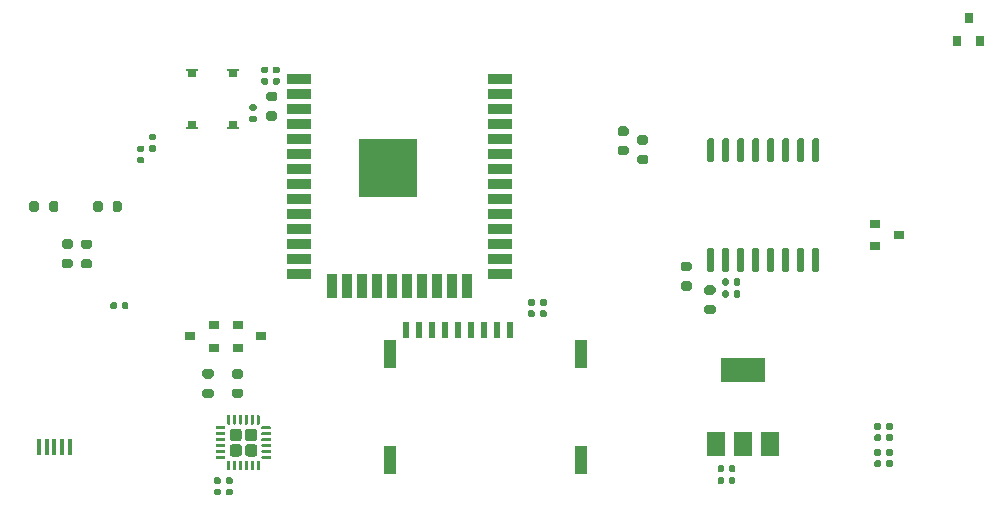
<source format=gbr>
%TF.GenerationSoftware,KiCad,Pcbnew,(5.1.8)-1*%
%TF.CreationDate,2021-03-10T15:17:51+00:00*%
%TF.ProjectId,Project_2_smaller,50726f6a-6563-4745-9f32-5f736d616c6c,rev?*%
%TF.SameCoordinates,Original*%
%TF.FileFunction,Paste,Top*%
%TF.FilePolarity,Positive*%
%FSLAX46Y46*%
G04 Gerber Fmt 4.6, Leading zero omitted, Abs format (unit mm)*
G04 Created by KiCad (PCBNEW (5.1.8)-1) date 2021-03-10 15:17:51*
%MOMM*%
%LPD*%
G01*
G04 APERTURE LIST*
%ADD10R,0.400000X1.350000*%
%ADD11R,0.620000X1.400000*%
%ADD12R,1.100000X2.400000*%
%ADD13R,0.900000X0.800000*%
%ADD14R,0.800000X0.900000*%
%ADD15R,0.700000X0.500000*%
%ADD16R,1.100000X0.200000*%
%ADD17R,2.000000X0.900000*%
%ADD18R,0.900000X2.000000*%
%ADD19R,5.000000X5.000000*%
%ADD20R,3.800000X2.000000*%
%ADD21R,1.500000X2.000000*%
G04 APERTURE END LIST*
D10*
%TO.C,J1*%
X115400000Y-134500000D03*
X116050000Y-134500000D03*
X118000000Y-134500000D03*
X117350000Y-134500000D03*
X116700000Y-134500000D03*
%TD*%
D11*
%TO.C,J3*%
X155280000Y-124580000D03*
X154180000Y-124580000D03*
X153080000Y-124580000D03*
X151980000Y-124580000D03*
X150880000Y-124580000D03*
X149780000Y-124580000D03*
X148680000Y-124580000D03*
X147580000Y-124580000D03*
X146480000Y-124580000D03*
D12*
X145100000Y-135580000D03*
X145100000Y-126580000D03*
X161250000Y-126580000D03*
X161250000Y-135580000D03*
%TD*%
%TO.C,R7*%
G36*
G01*
X132475000Y-128675000D02*
X131925000Y-128675000D01*
G75*
G02*
X131725000Y-128475000I0J200000D01*
G01*
X131725000Y-128075000D01*
G75*
G02*
X131925000Y-127875000I200000J0D01*
G01*
X132475000Y-127875000D01*
G75*
G02*
X132675000Y-128075000I0J-200000D01*
G01*
X132675000Y-128475000D01*
G75*
G02*
X132475000Y-128675000I-200000J0D01*
G01*
G37*
G36*
G01*
X132475000Y-130325000D02*
X131925000Y-130325000D01*
G75*
G02*
X131725000Y-130125000I0J200000D01*
G01*
X131725000Y-129725000D01*
G75*
G02*
X131925000Y-129525000I200000J0D01*
G01*
X132475000Y-129525000D01*
G75*
G02*
X132675000Y-129725000I0J-200000D01*
G01*
X132675000Y-130125000D01*
G75*
G02*
X132475000Y-130325000I-200000J0D01*
G01*
G37*
%TD*%
%TO.C,C1*%
G36*
G01*
X134670000Y-102814999D02*
X134330000Y-102814999D01*
G75*
G02*
X134190000Y-102674999I0J140000D01*
G01*
X134190000Y-102394999D01*
G75*
G02*
X134330000Y-102254999I140000J0D01*
G01*
X134670000Y-102254999D01*
G75*
G02*
X134810000Y-102394999I0J-140000D01*
G01*
X134810000Y-102674999D01*
G75*
G02*
X134670000Y-102814999I-140000J0D01*
G01*
G37*
G36*
G01*
X134670000Y-103774999D02*
X134330000Y-103774999D01*
G75*
G02*
X134190000Y-103634999I0J140000D01*
G01*
X134190000Y-103354999D01*
G75*
G02*
X134330000Y-103214999I140000J0D01*
G01*
X134670000Y-103214999D01*
G75*
G02*
X134810000Y-103354999I0J-140000D01*
G01*
X134810000Y-103634999D01*
G75*
G02*
X134670000Y-103774999I-140000J0D01*
G01*
G37*
%TD*%
%TO.C,C2*%
G36*
G01*
X135645001Y-102814999D02*
X135305001Y-102814999D01*
G75*
G02*
X135165001Y-102674999I0J140000D01*
G01*
X135165001Y-102394999D01*
G75*
G02*
X135305001Y-102254999I140000J0D01*
G01*
X135645001Y-102254999D01*
G75*
G02*
X135785001Y-102394999I0J-140000D01*
G01*
X135785001Y-102674999D01*
G75*
G02*
X135645001Y-102814999I-140000J0D01*
G01*
G37*
G36*
G01*
X135645001Y-103774999D02*
X135305001Y-103774999D01*
G75*
G02*
X135165001Y-103634999I0J140000D01*
G01*
X135165001Y-103354999D01*
G75*
G02*
X135305001Y-103214999I140000J0D01*
G01*
X135645001Y-103214999D01*
G75*
G02*
X135785001Y-103354999I0J-140000D01*
G01*
X135785001Y-103634999D01*
G75*
G02*
X135645001Y-103774999I-140000J0D01*
G01*
G37*
%TD*%
%TO.C,C3*%
G36*
G01*
X133670000Y-106000000D02*
X133330000Y-106000000D01*
G75*
G02*
X133190000Y-105860000I0J140000D01*
G01*
X133190000Y-105580000D01*
G75*
G02*
X133330000Y-105440000I140000J0D01*
G01*
X133670000Y-105440000D01*
G75*
G02*
X133810000Y-105580000I0J-140000D01*
G01*
X133810000Y-105860000D01*
G75*
G02*
X133670000Y-106000000I-140000J0D01*
G01*
G37*
G36*
G01*
X133670000Y-106960000D02*
X133330000Y-106960000D01*
G75*
G02*
X133190000Y-106820000I0J140000D01*
G01*
X133190000Y-106540000D01*
G75*
G02*
X133330000Y-106400000I140000J0D01*
G01*
X133670000Y-106400000D01*
G75*
G02*
X133810000Y-106540000I0J-140000D01*
G01*
X133810000Y-106820000D01*
G75*
G02*
X133670000Y-106960000I-140000J0D01*
G01*
G37*
%TD*%
%TO.C,C4*%
G36*
G01*
X131330000Y-137040000D02*
X131670000Y-137040000D01*
G75*
G02*
X131810000Y-137180000I0J-140000D01*
G01*
X131810000Y-137460000D01*
G75*
G02*
X131670000Y-137600000I-140000J0D01*
G01*
X131330000Y-137600000D01*
G75*
G02*
X131190000Y-137460000I0J140000D01*
G01*
X131190000Y-137180000D01*
G75*
G02*
X131330000Y-137040000I140000J0D01*
G01*
G37*
G36*
G01*
X131330000Y-138000000D02*
X131670000Y-138000000D01*
G75*
G02*
X131810000Y-138140000I0J-140000D01*
G01*
X131810000Y-138420000D01*
G75*
G02*
X131670000Y-138560000I-140000J0D01*
G01*
X131330000Y-138560000D01*
G75*
G02*
X131190000Y-138420000I0J140000D01*
G01*
X131190000Y-138140000D01*
G75*
G02*
X131330000Y-138000000I140000J0D01*
G01*
G37*
%TD*%
%TO.C,C5*%
G36*
G01*
X173240000Y-120670000D02*
X173240000Y-120330000D01*
G75*
G02*
X173380000Y-120190000I140000J0D01*
G01*
X173660000Y-120190000D01*
G75*
G02*
X173800000Y-120330000I0J-140000D01*
G01*
X173800000Y-120670000D01*
G75*
G02*
X173660000Y-120810000I-140000J0D01*
G01*
X173380000Y-120810000D01*
G75*
G02*
X173240000Y-120670000I0J140000D01*
G01*
G37*
G36*
G01*
X174200000Y-120670000D02*
X174200000Y-120330000D01*
G75*
G02*
X174340000Y-120190000I140000J0D01*
G01*
X174620000Y-120190000D01*
G75*
G02*
X174760000Y-120330000I0J-140000D01*
G01*
X174760000Y-120670000D01*
G75*
G02*
X174620000Y-120810000I-140000J0D01*
G01*
X174340000Y-120810000D01*
G75*
G02*
X174200000Y-120670000I0J140000D01*
G01*
G37*
%TD*%
%TO.C,C6*%
G36*
G01*
X130330000Y-138000000D02*
X130670000Y-138000000D01*
G75*
G02*
X130810000Y-138140000I0J-140000D01*
G01*
X130810000Y-138420000D01*
G75*
G02*
X130670000Y-138560000I-140000J0D01*
G01*
X130330000Y-138560000D01*
G75*
G02*
X130190000Y-138420000I0J140000D01*
G01*
X130190000Y-138140000D01*
G75*
G02*
X130330000Y-138000000I140000J0D01*
G01*
G37*
G36*
G01*
X130330000Y-137040000D02*
X130670000Y-137040000D01*
G75*
G02*
X130810000Y-137180000I0J-140000D01*
G01*
X130810000Y-137460000D01*
G75*
G02*
X130670000Y-137600000I-140000J0D01*
G01*
X130330000Y-137600000D01*
G75*
G02*
X130190000Y-137460000I0J140000D01*
G01*
X130190000Y-137180000D01*
G75*
G02*
X130330000Y-137040000I140000J0D01*
G01*
G37*
%TD*%
%TO.C,C7*%
G36*
G01*
X174200000Y-121670000D02*
X174200000Y-121330000D01*
G75*
G02*
X174340000Y-121190000I140000J0D01*
G01*
X174620000Y-121190000D01*
G75*
G02*
X174760000Y-121330000I0J-140000D01*
G01*
X174760000Y-121670000D01*
G75*
G02*
X174620000Y-121810000I-140000J0D01*
G01*
X174340000Y-121810000D01*
G75*
G02*
X174200000Y-121670000I0J140000D01*
G01*
G37*
G36*
G01*
X173240000Y-121670000D02*
X173240000Y-121330000D01*
G75*
G02*
X173380000Y-121190000I140000J0D01*
G01*
X173660000Y-121190000D01*
G75*
G02*
X173800000Y-121330000I0J-140000D01*
G01*
X173800000Y-121670000D01*
G75*
G02*
X173660000Y-121810000I-140000J0D01*
G01*
X173380000Y-121810000D01*
G75*
G02*
X173240000Y-121670000I0J140000D01*
G01*
G37*
%TD*%
%TO.C,C8*%
G36*
G01*
X187230000Y-133400000D02*
X187570000Y-133400000D01*
G75*
G02*
X187710000Y-133540000I0J-140000D01*
G01*
X187710000Y-133820000D01*
G75*
G02*
X187570000Y-133960000I-140000J0D01*
G01*
X187230000Y-133960000D01*
G75*
G02*
X187090000Y-133820000I0J140000D01*
G01*
X187090000Y-133540000D01*
G75*
G02*
X187230000Y-133400000I140000J0D01*
G01*
G37*
G36*
G01*
X187230000Y-132440000D02*
X187570000Y-132440000D01*
G75*
G02*
X187710000Y-132580000I0J-140000D01*
G01*
X187710000Y-132860000D01*
G75*
G02*
X187570000Y-133000000I-140000J0D01*
G01*
X187230000Y-133000000D01*
G75*
G02*
X187090000Y-132860000I0J140000D01*
G01*
X187090000Y-132580000D01*
G75*
G02*
X187230000Y-132440000I140000J0D01*
G01*
G37*
%TD*%
%TO.C,C9*%
G36*
G01*
X186230000Y-133400000D02*
X186570000Y-133400000D01*
G75*
G02*
X186710000Y-133540000I0J-140000D01*
G01*
X186710000Y-133820000D01*
G75*
G02*
X186570000Y-133960000I-140000J0D01*
G01*
X186230000Y-133960000D01*
G75*
G02*
X186090000Y-133820000I0J140000D01*
G01*
X186090000Y-133540000D01*
G75*
G02*
X186230000Y-133400000I140000J0D01*
G01*
G37*
G36*
G01*
X186230000Y-132440000D02*
X186570000Y-132440000D01*
G75*
G02*
X186710000Y-132580000I0J-140000D01*
G01*
X186710000Y-132860000D01*
G75*
G02*
X186570000Y-133000000I-140000J0D01*
G01*
X186230000Y-133000000D01*
G75*
G02*
X186090000Y-132860000I0J140000D01*
G01*
X186090000Y-132580000D01*
G75*
G02*
X186230000Y-132440000I140000J0D01*
G01*
G37*
%TD*%
%TO.C,C10*%
G36*
G01*
X187570000Y-135200000D02*
X187230000Y-135200000D01*
G75*
G02*
X187090000Y-135060000I0J140000D01*
G01*
X187090000Y-134780000D01*
G75*
G02*
X187230000Y-134640000I140000J0D01*
G01*
X187570000Y-134640000D01*
G75*
G02*
X187710000Y-134780000I0J-140000D01*
G01*
X187710000Y-135060000D01*
G75*
G02*
X187570000Y-135200000I-140000J0D01*
G01*
G37*
G36*
G01*
X187570000Y-136160000D02*
X187230000Y-136160000D01*
G75*
G02*
X187090000Y-136020000I0J140000D01*
G01*
X187090000Y-135740000D01*
G75*
G02*
X187230000Y-135600000I140000J0D01*
G01*
X187570000Y-135600000D01*
G75*
G02*
X187710000Y-135740000I0J-140000D01*
G01*
X187710000Y-136020000D01*
G75*
G02*
X187570000Y-136160000I-140000J0D01*
G01*
G37*
%TD*%
%TO.C,C11*%
G36*
G01*
X186570000Y-136160000D02*
X186230000Y-136160000D01*
G75*
G02*
X186090000Y-136020000I0J140000D01*
G01*
X186090000Y-135740000D01*
G75*
G02*
X186230000Y-135600000I140000J0D01*
G01*
X186570000Y-135600000D01*
G75*
G02*
X186710000Y-135740000I0J-140000D01*
G01*
X186710000Y-136020000D01*
G75*
G02*
X186570000Y-136160000I-140000J0D01*
G01*
G37*
G36*
G01*
X186570000Y-135200000D02*
X186230000Y-135200000D01*
G75*
G02*
X186090000Y-135060000I0J140000D01*
G01*
X186090000Y-134780000D01*
G75*
G02*
X186230000Y-134640000I140000J0D01*
G01*
X186570000Y-134640000D01*
G75*
G02*
X186710000Y-134780000I0J-140000D01*
G01*
X186710000Y-135060000D01*
G75*
G02*
X186570000Y-135200000I-140000J0D01*
G01*
G37*
%TD*%
%TO.C,C12*%
G36*
G01*
X158270000Y-123460000D02*
X157930000Y-123460000D01*
G75*
G02*
X157790000Y-123320000I0J140000D01*
G01*
X157790000Y-123040000D01*
G75*
G02*
X157930000Y-122900000I140000J0D01*
G01*
X158270000Y-122900000D01*
G75*
G02*
X158410000Y-123040000I0J-140000D01*
G01*
X158410000Y-123320000D01*
G75*
G02*
X158270000Y-123460000I-140000J0D01*
G01*
G37*
G36*
G01*
X158270000Y-122500000D02*
X157930000Y-122500000D01*
G75*
G02*
X157790000Y-122360000I0J140000D01*
G01*
X157790000Y-122080000D01*
G75*
G02*
X157930000Y-121940000I140000J0D01*
G01*
X158270000Y-121940000D01*
G75*
G02*
X158410000Y-122080000I0J-140000D01*
G01*
X158410000Y-122360000D01*
G75*
G02*
X158270000Y-122500000I-140000J0D01*
G01*
G37*
%TD*%
%TO.C,C13*%
G36*
G01*
X157255001Y-122500000D02*
X156915001Y-122500000D01*
G75*
G02*
X156775001Y-122360000I0J140000D01*
G01*
X156775001Y-122080000D01*
G75*
G02*
X156915001Y-121940000I140000J0D01*
G01*
X157255001Y-121940000D01*
G75*
G02*
X157395001Y-122080000I0J-140000D01*
G01*
X157395001Y-122360000D01*
G75*
G02*
X157255001Y-122500000I-140000J0D01*
G01*
G37*
G36*
G01*
X157255001Y-123460000D02*
X156915001Y-123460000D01*
G75*
G02*
X156775001Y-123320000I0J140000D01*
G01*
X156775001Y-123040000D01*
G75*
G02*
X156915001Y-122900000I140000J0D01*
G01*
X157255001Y-122900000D01*
G75*
G02*
X157395001Y-123040000I0J-140000D01*
G01*
X157395001Y-123320000D01*
G75*
G02*
X157255001Y-123460000I-140000J0D01*
G01*
G37*
%TD*%
%TO.C,C14*%
G36*
G01*
X174360000Y-136130000D02*
X174360000Y-136470000D01*
G75*
G02*
X174220000Y-136610000I-140000J0D01*
G01*
X173940000Y-136610000D01*
G75*
G02*
X173800000Y-136470000I0J140000D01*
G01*
X173800000Y-136130000D01*
G75*
G02*
X173940000Y-135990000I140000J0D01*
G01*
X174220000Y-135990000D01*
G75*
G02*
X174360000Y-136130000I0J-140000D01*
G01*
G37*
G36*
G01*
X173400000Y-136130000D02*
X173400000Y-136470000D01*
G75*
G02*
X173260000Y-136610000I-140000J0D01*
G01*
X172980000Y-136610000D01*
G75*
G02*
X172840000Y-136470000I0J140000D01*
G01*
X172840000Y-136130000D01*
G75*
G02*
X172980000Y-135990000I140000J0D01*
G01*
X173260000Y-135990000D01*
G75*
G02*
X173400000Y-136130000I0J-140000D01*
G01*
G37*
%TD*%
%TO.C,C15*%
G36*
G01*
X173400000Y-137130000D02*
X173400000Y-137470000D01*
G75*
G02*
X173260000Y-137610000I-140000J0D01*
G01*
X172980000Y-137610000D01*
G75*
G02*
X172840000Y-137470000I0J140000D01*
G01*
X172840000Y-137130000D01*
G75*
G02*
X172980000Y-136990000I140000J0D01*
G01*
X173260000Y-136990000D01*
G75*
G02*
X173400000Y-137130000I0J-140000D01*
G01*
G37*
G36*
G01*
X174360000Y-137130000D02*
X174360000Y-137470000D01*
G75*
G02*
X174220000Y-137610000I-140000J0D01*
G01*
X173940000Y-137610000D01*
G75*
G02*
X173800000Y-137470000I0J140000D01*
G01*
X173800000Y-137130000D01*
G75*
G02*
X173940000Y-136990000I140000J0D01*
G01*
X174220000Y-136990000D01*
G75*
G02*
X174360000Y-137130000I0J-140000D01*
G01*
G37*
%TD*%
%TO.C,C16*%
G36*
G01*
X124170000Y-110460000D02*
X123830000Y-110460000D01*
G75*
G02*
X123690000Y-110320000I0J140000D01*
G01*
X123690000Y-110040000D01*
G75*
G02*
X123830000Y-109900000I140000J0D01*
G01*
X124170000Y-109900000D01*
G75*
G02*
X124310000Y-110040000I0J-140000D01*
G01*
X124310000Y-110320000D01*
G75*
G02*
X124170000Y-110460000I-140000J0D01*
G01*
G37*
G36*
G01*
X124170000Y-109500000D02*
X123830000Y-109500000D01*
G75*
G02*
X123690000Y-109360000I0J140000D01*
G01*
X123690000Y-109080000D01*
G75*
G02*
X123830000Y-108940000I140000J0D01*
G01*
X124170000Y-108940000D01*
G75*
G02*
X124310000Y-109080000I0J-140000D01*
G01*
X124310000Y-109360000D01*
G75*
G02*
X124170000Y-109500000I-140000J0D01*
G01*
G37*
%TD*%
%TO.C,C17*%
G36*
G01*
X124830000Y-108900000D02*
X125170000Y-108900000D01*
G75*
G02*
X125310000Y-109040000I0J-140000D01*
G01*
X125310000Y-109320000D01*
G75*
G02*
X125170000Y-109460000I-140000J0D01*
G01*
X124830000Y-109460000D01*
G75*
G02*
X124690000Y-109320000I0J140000D01*
G01*
X124690000Y-109040000D01*
G75*
G02*
X124830000Y-108900000I140000J0D01*
G01*
G37*
G36*
G01*
X124830000Y-107940000D02*
X125170000Y-107940000D01*
G75*
G02*
X125310000Y-108080000I0J-140000D01*
G01*
X125310000Y-108360000D01*
G75*
G02*
X125170000Y-108500000I-140000J0D01*
G01*
X124830000Y-108500000D01*
G75*
G02*
X124690000Y-108360000I0J140000D01*
G01*
X124690000Y-108080000D01*
G75*
G02*
X124830000Y-107940000I140000J0D01*
G01*
G37*
%TD*%
%TO.C,C18*%
G36*
G01*
X121440000Y-122670000D02*
X121440000Y-122330000D01*
G75*
G02*
X121580000Y-122190000I140000J0D01*
G01*
X121860000Y-122190000D01*
G75*
G02*
X122000000Y-122330000I0J-140000D01*
G01*
X122000000Y-122670000D01*
G75*
G02*
X121860000Y-122810000I-140000J0D01*
G01*
X121580000Y-122810000D01*
G75*
G02*
X121440000Y-122670000I0J140000D01*
G01*
G37*
G36*
G01*
X122400000Y-122670000D02*
X122400000Y-122330000D01*
G75*
G02*
X122540000Y-122190000I140000J0D01*
G01*
X122820000Y-122190000D01*
G75*
G02*
X122960000Y-122330000I0J-140000D01*
G01*
X122960000Y-122670000D01*
G75*
G02*
X122820000Y-122810000I-140000J0D01*
G01*
X122540000Y-122810000D01*
G75*
G02*
X122400000Y-122670000I0J140000D01*
G01*
G37*
%TD*%
D13*
%TO.C,D1*%
X188200000Y-116500000D03*
X186200000Y-117450000D03*
X186200000Y-115550000D03*
%TD*%
D14*
%TO.C,D2*%
X193150000Y-100100000D03*
X195050000Y-100100000D03*
X194100000Y-98100000D03*
%TD*%
D13*
%TO.C,Q1*%
X128200000Y-125100000D03*
X130200000Y-124150000D03*
X130200000Y-126050000D03*
%TD*%
%TO.C,Q2*%
X132200000Y-124150000D03*
X132200000Y-126050000D03*
X134200000Y-125100000D03*
%TD*%
%TO.C,R1*%
G36*
G01*
X135375000Y-106825000D02*
X134825000Y-106825000D01*
G75*
G02*
X134625000Y-106625000I0J200000D01*
G01*
X134625000Y-106225000D01*
G75*
G02*
X134825000Y-106025000I200000J0D01*
G01*
X135375000Y-106025000D01*
G75*
G02*
X135575000Y-106225000I0J-200000D01*
G01*
X135575000Y-106625000D01*
G75*
G02*
X135375000Y-106825000I-200000J0D01*
G01*
G37*
G36*
G01*
X135375000Y-105175000D02*
X134825000Y-105175000D01*
G75*
G02*
X134625000Y-104975000I0J200000D01*
G01*
X134625000Y-104575000D01*
G75*
G02*
X134825000Y-104375000I200000J0D01*
G01*
X135375000Y-104375000D01*
G75*
G02*
X135575000Y-104575000I0J-200000D01*
G01*
X135575000Y-104975000D01*
G75*
G02*
X135375000Y-105175000I-200000J0D01*
G01*
G37*
%TD*%
%TO.C,R2*%
G36*
G01*
X172475000Y-123225000D02*
X171925000Y-123225000D01*
G75*
G02*
X171725000Y-123025000I0J200000D01*
G01*
X171725000Y-122625000D01*
G75*
G02*
X171925000Y-122425000I200000J0D01*
G01*
X172475000Y-122425000D01*
G75*
G02*
X172675000Y-122625000I0J-200000D01*
G01*
X172675000Y-123025000D01*
G75*
G02*
X172475000Y-123225000I-200000J0D01*
G01*
G37*
G36*
G01*
X172475000Y-121575000D02*
X171925000Y-121575000D01*
G75*
G02*
X171725000Y-121375000I0J200000D01*
G01*
X171725000Y-120975000D01*
G75*
G02*
X171925000Y-120775000I200000J0D01*
G01*
X172475000Y-120775000D01*
G75*
G02*
X172675000Y-120975000I0J-200000D01*
G01*
X172675000Y-121375000D01*
G75*
G02*
X172475000Y-121575000I-200000J0D01*
G01*
G37*
%TD*%
%TO.C,R3*%
G36*
G01*
X169925000Y-120425000D02*
X170475000Y-120425000D01*
G75*
G02*
X170675000Y-120625000I0J-200000D01*
G01*
X170675000Y-121025000D01*
G75*
G02*
X170475000Y-121225000I-200000J0D01*
G01*
X169925000Y-121225000D01*
G75*
G02*
X169725000Y-121025000I0J200000D01*
G01*
X169725000Y-120625000D01*
G75*
G02*
X169925000Y-120425000I200000J0D01*
G01*
G37*
G36*
G01*
X169925000Y-118775000D02*
X170475000Y-118775000D01*
G75*
G02*
X170675000Y-118975000I0J-200000D01*
G01*
X170675000Y-119375000D01*
G75*
G02*
X170475000Y-119575000I-200000J0D01*
G01*
X169925000Y-119575000D01*
G75*
G02*
X169725000Y-119375000I0J200000D01*
G01*
X169725000Y-118975000D01*
G75*
G02*
X169925000Y-118775000I200000J0D01*
G01*
G37*
%TD*%
%TO.C,R4*%
G36*
G01*
X166775000Y-108875000D02*
X166225000Y-108875000D01*
G75*
G02*
X166025000Y-108675000I0J200000D01*
G01*
X166025000Y-108275000D01*
G75*
G02*
X166225000Y-108075000I200000J0D01*
G01*
X166775000Y-108075000D01*
G75*
G02*
X166975000Y-108275000I0J-200000D01*
G01*
X166975000Y-108675000D01*
G75*
G02*
X166775000Y-108875000I-200000J0D01*
G01*
G37*
G36*
G01*
X166775000Y-110525000D02*
X166225000Y-110525000D01*
G75*
G02*
X166025000Y-110325000I0J200000D01*
G01*
X166025000Y-109925000D01*
G75*
G02*
X166225000Y-109725000I200000J0D01*
G01*
X166775000Y-109725000D01*
G75*
G02*
X166975000Y-109925000I0J-200000D01*
G01*
X166975000Y-110325000D01*
G75*
G02*
X166775000Y-110525000I-200000J0D01*
G01*
G37*
%TD*%
%TO.C,R5*%
G36*
G01*
X165125000Y-108125000D02*
X164575000Y-108125000D01*
G75*
G02*
X164375000Y-107925000I0J200000D01*
G01*
X164375000Y-107525000D01*
G75*
G02*
X164575000Y-107325000I200000J0D01*
G01*
X165125000Y-107325000D01*
G75*
G02*
X165325000Y-107525000I0J-200000D01*
G01*
X165325000Y-107925000D01*
G75*
G02*
X165125000Y-108125000I-200000J0D01*
G01*
G37*
G36*
G01*
X165125000Y-109775000D02*
X164575000Y-109775000D01*
G75*
G02*
X164375000Y-109575000I0J200000D01*
G01*
X164375000Y-109175000D01*
G75*
G02*
X164575000Y-108975000I200000J0D01*
G01*
X165125000Y-108975000D01*
G75*
G02*
X165325000Y-109175000I0J-200000D01*
G01*
X165325000Y-109575000D01*
G75*
G02*
X165125000Y-109775000I-200000J0D01*
G01*
G37*
%TD*%
%TO.C,R6*%
G36*
G01*
X129975000Y-130325000D02*
X129425000Y-130325000D01*
G75*
G02*
X129225000Y-130125000I0J200000D01*
G01*
X129225000Y-129725000D01*
G75*
G02*
X129425000Y-129525000I200000J0D01*
G01*
X129975000Y-129525000D01*
G75*
G02*
X130175000Y-129725000I0J-200000D01*
G01*
X130175000Y-130125000D01*
G75*
G02*
X129975000Y-130325000I-200000J0D01*
G01*
G37*
G36*
G01*
X129975000Y-128675000D02*
X129425000Y-128675000D01*
G75*
G02*
X129225000Y-128475000I0J200000D01*
G01*
X129225000Y-128075000D01*
G75*
G02*
X129425000Y-127875000I200000J0D01*
G01*
X129975000Y-127875000D01*
G75*
G02*
X130175000Y-128075000I0J-200000D01*
G01*
X130175000Y-128475000D01*
G75*
G02*
X129975000Y-128675000I-200000J0D01*
G01*
G37*
%TD*%
%TO.C,R8*%
G36*
G01*
X116225000Y-114375000D02*
X116225000Y-113825000D01*
G75*
G02*
X116425000Y-113625000I200000J0D01*
G01*
X116825000Y-113625000D01*
G75*
G02*
X117025000Y-113825000I0J-200000D01*
G01*
X117025000Y-114375000D01*
G75*
G02*
X116825000Y-114575000I-200000J0D01*
G01*
X116425000Y-114575000D01*
G75*
G02*
X116225000Y-114375000I0J200000D01*
G01*
G37*
G36*
G01*
X114575000Y-114375000D02*
X114575000Y-113825000D01*
G75*
G02*
X114775000Y-113625000I200000J0D01*
G01*
X115175000Y-113625000D01*
G75*
G02*
X115375000Y-113825000I0J-200000D01*
G01*
X115375000Y-114375000D01*
G75*
G02*
X115175000Y-114575000I-200000J0D01*
G01*
X114775000Y-114575000D01*
G75*
G02*
X114575000Y-114375000I0J200000D01*
G01*
G37*
%TD*%
%TO.C,R9*%
G36*
G01*
X120775000Y-113825000D02*
X120775000Y-114375000D01*
G75*
G02*
X120575000Y-114575000I-200000J0D01*
G01*
X120175000Y-114575000D01*
G75*
G02*
X119975000Y-114375000I0J200000D01*
G01*
X119975000Y-113825000D01*
G75*
G02*
X120175000Y-113625000I200000J0D01*
G01*
X120575000Y-113625000D01*
G75*
G02*
X120775000Y-113825000I0J-200000D01*
G01*
G37*
G36*
G01*
X122425000Y-113825000D02*
X122425000Y-114375000D01*
G75*
G02*
X122225000Y-114575000I-200000J0D01*
G01*
X121825000Y-114575000D01*
G75*
G02*
X121625000Y-114375000I0J200000D01*
G01*
X121625000Y-113825000D01*
G75*
G02*
X121825000Y-113625000I200000J0D01*
G01*
X122225000Y-113625000D01*
G75*
G02*
X122425000Y-113825000I0J-200000D01*
G01*
G37*
%TD*%
%TO.C,R10*%
G36*
G01*
X118075000Y-117675000D02*
X117525000Y-117675000D01*
G75*
G02*
X117325000Y-117475000I0J200000D01*
G01*
X117325000Y-117075000D01*
G75*
G02*
X117525000Y-116875000I200000J0D01*
G01*
X118075000Y-116875000D01*
G75*
G02*
X118275000Y-117075000I0J-200000D01*
G01*
X118275000Y-117475000D01*
G75*
G02*
X118075000Y-117675000I-200000J0D01*
G01*
G37*
G36*
G01*
X118075000Y-119325000D02*
X117525000Y-119325000D01*
G75*
G02*
X117325000Y-119125000I0J200000D01*
G01*
X117325000Y-118725000D01*
G75*
G02*
X117525000Y-118525000I200000J0D01*
G01*
X118075000Y-118525000D01*
G75*
G02*
X118275000Y-118725000I0J-200000D01*
G01*
X118275000Y-119125000D01*
G75*
G02*
X118075000Y-119325000I-200000J0D01*
G01*
G37*
%TD*%
%TO.C,R11*%
G36*
G01*
X119675000Y-117700000D02*
X119125000Y-117700000D01*
G75*
G02*
X118925000Y-117500000I0J200000D01*
G01*
X118925000Y-117100000D01*
G75*
G02*
X119125000Y-116900000I200000J0D01*
G01*
X119675000Y-116900000D01*
G75*
G02*
X119875000Y-117100000I0J-200000D01*
G01*
X119875000Y-117500000D01*
G75*
G02*
X119675000Y-117700000I-200000J0D01*
G01*
G37*
G36*
G01*
X119675000Y-119350000D02*
X119125000Y-119350000D01*
G75*
G02*
X118925000Y-119150000I0J200000D01*
G01*
X118925000Y-118750000D01*
G75*
G02*
X119125000Y-118550000I200000J0D01*
G01*
X119675000Y-118550000D01*
G75*
G02*
X119875000Y-118750000I0J-200000D01*
G01*
X119875000Y-119150000D01*
G75*
G02*
X119675000Y-119350000I-200000J0D01*
G01*
G37*
%TD*%
D15*
%TO.C,SW1*%
X128350000Y-107125000D03*
X128350000Y-102875000D03*
X131850000Y-107125000D03*
X131850000Y-102875000D03*
D16*
X131850000Y-107475000D03*
X128350000Y-102525000D03*
X128350000Y-107475000D03*
X131850000Y-102525000D03*
%TD*%
D17*
%TO.C,U1*%
X154400000Y-103345000D03*
X154400000Y-104615000D03*
X154400000Y-105885000D03*
X154400000Y-107155000D03*
X154400000Y-108425000D03*
X154400000Y-109695000D03*
X154400000Y-110965000D03*
X154400000Y-112235000D03*
X154400000Y-113505000D03*
X154400000Y-114775000D03*
X154400000Y-116045000D03*
X154400000Y-117315000D03*
X154400000Y-118585000D03*
X154400000Y-119855000D03*
D18*
X151615000Y-120855000D03*
X150345000Y-120855000D03*
X149075000Y-120855000D03*
X147805000Y-120855000D03*
X146535000Y-120855000D03*
X145265000Y-120855000D03*
X143995000Y-120855000D03*
X142725000Y-120855000D03*
X141455000Y-120855000D03*
X140185000Y-120855000D03*
D17*
X137400000Y-119855000D03*
X137400000Y-118585000D03*
X137400000Y-117315000D03*
X137400000Y-116045000D03*
X137400000Y-114775000D03*
X137400000Y-113505000D03*
X137400000Y-112235000D03*
X137400000Y-110965000D03*
X137400000Y-109695000D03*
X137400000Y-108425000D03*
X137400000Y-107155000D03*
X137400000Y-105885000D03*
X137400000Y-104615000D03*
X137400000Y-103345000D03*
D19*
X144900000Y-110845000D03*
%TD*%
%TO.C,U3*%
G36*
G01*
X172405000Y-119675000D02*
X172105000Y-119675000D01*
G75*
G02*
X171955000Y-119525000I0J150000D01*
G01*
X171955000Y-117775000D01*
G75*
G02*
X172105000Y-117625000I150000J0D01*
G01*
X172405000Y-117625000D01*
G75*
G02*
X172555000Y-117775000I0J-150000D01*
G01*
X172555000Y-119525000D01*
G75*
G02*
X172405000Y-119675000I-150000J0D01*
G01*
G37*
G36*
G01*
X173675000Y-119675000D02*
X173375000Y-119675000D01*
G75*
G02*
X173225000Y-119525000I0J150000D01*
G01*
X173225000Y-117775000D01*
G75*
G02*
X173375000Y-117625000I150000J0D01*
G01*
X173675000Y-117625000D01*
G75*
G02*
X173825000Y-117775000I0J-150000D01*
G01*
X173825000Y-119525000D01*
G75*
G02*
X173675000Y-119675000I-150000J0D01*
G01*
G37*
G36*
G01*
X174945000Y-119675000D02*
X174645000Y-119675000D01*
G75*
G02*
X174495000Y-119525000I0J150000D01*
G01*
X174495000Y-117775000D01*
G75*
G02*
X174645000Y-117625000I150000J0D01*
G01*
X174945000Y-117625000D01*
G75*
G02*
X175095000Y-117775000I0J-150000D01*
G01*
X175095000Y-119525000D01*
G75*
G02*
X174945000Y-119675000I-150000J0D01*
G01*
G37*
G36*
G01*
X176215000Y-119675000D02*
X175915000Y-119675000D01*
G75*
G02*
X175765000Y-119525000I0J150000D01*
G01*
X175765000Y-117775000D01*
G75*
G02*
X175915000Y-117625000I150000J0D01*
G01*
X176215000Y-117625000D01*
G75*
G02*
X176365000Y-117775000I0J-150000D01*
G01*
X176365000Y-119525000D01*
G75*
G02*
X176215000Y-119675000I-150000J0D01*
G01*
G37*
G36*
G01*
X177485000Y-119675000D02*
X177185000Y-119675000D01*
G75*
G02*
X177035000Y-119525000I0J150000D01*
G01*
X177035000Y-117775000D01*
G75*
G02*
X177185000Y-117625000I150000J0D01*
G01*
X177485000Y-117625000D01*
G75*
G02*
X177635000Y-117775000I0J-150000D01*
G01*
X177635000Y-119525000D01*
G75*
G02*
X177485000Y-119675000I-150000J0D01*
G01*
G37*
G36*
G01*
X178755000Y-119675000D02*
X178455000Y-119675000D01*
G75*
G02*
X178305000Y-119525000I0J150000D01*
G01*
X178305000Y-117775000D01*
G75*
G02*
X178455000Y-117625000I150000J0D01*
G01*
X178755000Y-117625000D01*
G75*
G02*
X178905000Y-117775000I0J-150000D01*
G01*
X178905000Y-119525000D01*
G75*
G02*
X178755000Y-119675000I-150000J0D01*
G01*
G37*
G36*
G01*
X180025000Y-119675000D02*
X179725000Y-119675000D01*
G75*
G02*
X179575000Y-119525000I0J150000D01*
G01*
X179575000Y-117775000D01*
G75*
G02*
X179725000Y-117625000I150000J0D01*
G01*
X180025000Y-117625000D01*
G75*
G02*
X180175000Y-117775000I0J-150000D01*
G01*
X180175000Y-119525000D01*
G75*
G02*
X180025000Y-119675000I-150000J0D01*
G01*
G37*
G36*
G01*
X181295000Y-119675000D02*
X180995000Y-119675000D01*
G75*
G02*
X180845000Y-119525000I0J150000D01*
G01*
X180845000Y-117775000D01*
G75*
G02*
X180995000Y-117625000I150000J0D01*
G01*
X181295000Y-117625000D01*
G75*
G02*
X181445000Y-117775000I0J-150000D01*
G01*
X181445000Y-119525000D01*
G75*
G02*
X181295000Y-119675000I-150000J0D01*
G01*
G37*
G36*
G01*
X181295000Y-110375000D02*
X180995000Y-110375000D01*
G75*
G02*
X180845000Y-110225000I0J150000D01*
G01*
X180845000Y-108475000D01*
G75*
G02*
X180995000Y-108325000I150000J0D01*
G01*
X181295000Y-108325000D01*
G75*
G02*
X181445000Y-108475000I0J-150000D01*
G01*
X181445000Y-110225000D01*
G75*
G02*
X181295000Y-110375000I-150000J0D01*
G01*
G37*
G36*
G01*
X180025000Y-110375000D02*
X179725000Y-110375000D01*
G75*
G02*
X179575000Y-110225000I0J150000D01*
G01*
X179575000Y-108475000D01*
G75*
G02*
X179725000Y-108325000I150000J0D01*
G01*
X180025000Y-108325000D01*
G75*
G02*
X180175000Y-108475000I0J-150000D01*
G01*
X180175000Y-110225000D01*
G75*
G02*
X180025000Y-110375000I-150000J0D01*
G01*
G37*
G36*
G01*
X178755000Y-110375000D02*
X178455000Y-110375000D01*
G75*
G02*
X178305000Y-110225000I0J150000D01*
G01*
X178305000Y-108475000D01*
G75*
G02*
X178455000Y-108325000I150000J0D01*
G01*
X178755000Y-108325000D01*
G75*
G02*
X178905000Y-108475000I0J-150000D01*
G01*
X178905000Y-110225000D01*
G75*
G02*
X178755000Y-110375000I-150000J0D01*
G01*
G37*
G36*
G01*
X177485000Y-110375000D02*
X177185000Y-110375000D01*
G75*
G02*
X177035000Y-110225000I0J150000D01*
G01*
X177035000Y-108475000D01*
G75*
G02*
X177185000Y-108325000I150000J0D01*
G01*
X177485000Y-108325000D01*
G75*
G02*
X177635000Y-108475000I0J-150000D01*
G01*
X177635000Y-110225000D01*
G75*
G02*
X177485000Y-110375000I-150000J0D01*
G01*
G37*
G36*
G01*
X176215000Y-110375000D02*
X175915000Y-110375000D01*
G75*
G02*
X175765000Y-110225000I0J150000D01*
G01*
X175765000Y-108475000D01*
G75*
G02*
X175915000Y-108325000I150000J0D01*
G01*
X176215000Y-108325000D01*
G75*
G02*
X176365000Y-108475000I0J-150000D01*
G01*
X176365000Y-110225000D01*
G75*
G02*
X176215000Y-110375000I-150000J0D01*
G01*
G37*
G36*
G01*
X174945000Y-110375000D02*
X174645000Y-110375000D01*
G75*
G02*
X174495000Y-110225000I0J150000D01*
G01*
X174495000Y-108475000D01*
G75*
G02*
X174645000Y-108325000I150000J0D01*
G01*
X174945000Y-108325000D01*
G75*
G02*
X175095000Y-108475000I0J-150000D01*
G01*
X175095000Y-110225000D01*
G75*
G02*
X174945000Y-110375000I-150000J0D01*
G01*
G37*
G36*
G01*
X173675000Y-110375000D02*
X173375000Y-110375000D01*
G75*
G02*
X173225000Y-110225000I0J150000D01*
G01*
X173225000Y-108475000D01*
G75*
G02*
X173375000Y-108325000I150000J0D01*
G01*
X173675000Y-108325000D01*
G75*
G02*
X173825000Y-108475000I0J-150000D01*
G01*
X173825000Y-110225000D01*
G75*
G02*
X173675000Y-110375000I-150000J0D01*
G01*
G37*
G36*
G01*
X172405000Y-110375000D02*
X172105000Y-110375000D01*
G75*
G02*
X171955000Y-110225000I0J150000D01*
G01*
X171955000Y-108475000D01*
G75*
G02*
X172105000Y-108325000I150000J0D01*
G01*
X172405000Y-108325000D01*
G75*
G02*
X172555000Y-108475000I0J-150000D01*
G01*
X172555000Y-110225000D01*
G75*
G02*
X172405000Y-110375000I-150000J0D01*
G01*
G37*
%TD*%
%TO.C,U4*%
G36*
G01*
X132825000Y-135025001D02*
X132825000Y-134474999D01*
G75*
G02*
X133074999Y-134225000I249999J0D01*
G01*
X133625001Y-134225000D01*
G75*
G02*
X133875000Y-134474999I0J-249999D01*
G01*
X133875000Y-135025001D01*
G75*
G02*
X133625001Y-135275000I-249999J0D01*
G01*
X133074999Y-135275000D01*
G75*
G02*
X132825000Y-135025001I0J249999D01*
G01*
G37*
G36*
G01*
X132825000Y-133725001D02*
X132825000Y-133174999D01*
G75*
G02*
X133074999Y-132925000I249999J0D01*
G01*
X133625001Y-132925000D01*
G75*
G02*
X133875000Y-133174999I0J-249999D01*
G01*
X133875000Y-133725001D01*
G75*
G02*
X133625001Y-133975000I-249999J0D01*
G01*
X133074999Y-133975000D01*
G75*
G02*
X132825000Y-133725001I0J249999D01*
G01*
G37*
G36*
G01*
X131525000Y-135025001D02*
X131525000Y-134474999D01*
G75*
G02*
X131774999Y-134225000I249999J0D01*
G01*
X132325001Y-134225000D01*
G75*
G02*
X132575000Y-134474999I0J-249999D01*
G01*
X132575000Y-135025001D01*
G75*
G02*
X132325001Y-135275000I-249999J0D01*
G01*
X131774999Y-135275000D01*
G75*
G02*
X131525000Y-135025001I0J249999D01*
G01*
G37*
G36*
G01*
X131525000Y-133725001D02*
X131525000Y-133174999D01*
G75*
G02*
X131774999Y-132925000I249999J0D01*
G01*
X132325001Y-132925000D01*
G75*
G02*
X132575000Y-133174999I0J-249999D01*
G01*
X132575000Y-133725001D01*
G75*
G02*
X132325001Y-133975000I-249999J0D01*
G01*
X131774999Y-133975000D01*
G75*
G02*
X131525000Y-133725001I0J249999D01*
G01*
G37*
G36*
G01*
X131325000Y-132512500D02*
X131325000Y-131812500D01*
G75*
G02*
X131387500Y-131750000I62500J0D01*
G01*
X131512500Y-131750000D01*
G75*
G02*
X131575000Y-131812500I0J-62500D01*
G01*
X131575000Y-132512500D01*
G75*
G02*
X131512500Y-132575000I-62500J0D01*
G01*
X131387500Y-132575000D01*
G75*
G02*
X131325000Y-132512500I0J62500D01*
G01*
G37*
G36*
G01*
X131825000Y-132512500D02*
X131825000Y-131812500D01*
G75*
G02*
X131887500Y-131750000I62500J0D01*
G01*
X132012500Y-131750000D01*
G75*
G02*
X132075000Y-131812500I0J-62500D01*
G01*
X132075000Y-132512500D01*
G75*
G02*
X132012500Y-132575000I-62500J0D01*
G01*
X131887500Y-132575000D01*
G75*
G02*
X131825000Y-132512500I0J62500D01*
G01*
G37*
G36*
G01*
X132325000Y-132512500D02*
X132325000Y-131812500D01*
G75*
G02*
X132387500Y-131750000I62500J0D01*
G01*
X132512500Y-131750000D01*
G75*
G02*
X132575000Y-131812500I0J-62500D01*
G01*
X132575000Y-132512500D01*
G75*
G02*
X132512500Y-132575000I-62500J0D01*
G01*
X132387500Y-132575000D01*
G75*
G02*
X132325000Y-132512500I0J62500D01*
G01*
G37*
G36*
G01*
X132825000Y-132512500D02*
X132825000Y-131812500D01*
G75*
G02*
X132887500Y-131750000I62500J0D01*
G01*
X133012500Y-131750000D01*
G75*
G02*
X133075000Y-131812500I0J-62500D01*
G01*
X133075000Y-132512500D01*
G75*
G02*
X133012500Y-132575000I-62500J0D01*
G01*
X132887500Y-132575000D01*
G75*
G02*
X132825000Y-132512500I0J62500D01*
G01*
G37*
G36*
G01*
X133325000Y-132512500D02*
X133325000Y-131812500D01*
G75*
G02*
X133387500Y-131750000I62500J0D01*
G01*
X133512500Y-131750000D01*
G75*
G02*
X133575000Y-131812500I0J-62500D01*
G01*
X133575000Y-132512500D01*
G75*
G02*
X133512500Y-132575000I-62500J0D01*
G01*
X133387500Y-132575000D01*
G75*
G02*
X133325000Y-132512500I0J62500D01*
G01*
G37*
G36*
G01*
X133825000Y-132512500D02*
X133825000Y-131812500D01*
G75*
G02*
X133887500Y-131750000I62500J0D01*
G01*
X134012500Y-131750000D01*
G75*
G02*
X134075000Y-131812500I0J-62500D01*
G01*
X134075000Y-132512500D01*
G75*
G02*
X134012500Y-132575000I-62500J0D01*
G01*
X133887500Y-132575000D01*
G75*
G02*
X133825000Y-132512500I0J62500D01*
G01*
G37*
G36*
G01*
X134225000Y-132912500D02*
X134225000Y-132787500D01*
G75*
G02*
X134287500Y-132725000I62500J0D01*
G01*
X134987500Y-132725000D01*
G75*
G02*
X135050000Y-132787500I0J-62500D01*
G01*
X135050000Y-132912500D01*
G75*
G02*
X134987500Y-132975000I-62500J0D01*
G01*
X134287500Y-132975000D01*
G75*
G02*
X134225000Y-132912500I0J62500D01*
G01*
G37*
G36*
G01*
X134225000Y-133412500D02*
X134225000Y-133287500D01*
G75*
G02*
X134287500Y-133225000I62500J0D01*
G01*
X134987500Y-133225000D01*
G75*
G02*
X135050000Y-133287500I0J-62500D01*
G01*
X135050000Y-133412500D01*
G75*
G02*
X134987500Y-133475000I-62500J0D01*
G01*
X134287500Y-133475000D01*
G75*
G02*
X134225000Y-133412500I0J62500D01*
G01*
G37*
G36*
G01*
X134225000Y-133912500D02*
X134225000Y-133787500D01*
G75*
G02*
X134287500Y-133725000I62500J0D01*
G01*
X134987500Y-133725000D01*
G75*
G02*
X135050000Y-133787500I0J-62500D01*
G01*
X135050000Y-133912500D01*
G75*
G02*
X134987500Y-133975000I-62500J0D01*
G01*
X134287500Y-133975000D01*
G75*
G02*
X134225000Y-133912500I0J62500D01*
G01*
G37*
G36*
G01*
X134225000Y-134412500D02*
X134225000Y-134287500D01*
G75*
G02*
X134287500Y-134225000I62500J0D01*
G01*
X134987500Y-134225000D01*
G75*
G02*
X135050000Y-134287500I0J-62500D01*
G01*
X135050000Y-134412500D01*
G75*
G02*
X134987500Y-134475000I-62500J0D01*
G01*
X134287500Y-134475000D01*
G75*
G02*
X134225000Y-134412500I0J62500D01*
G01*
G37*
G36*
G01*
X134225000Y-134912500D02*
X134225000Y-134787500D01*
G75*
G02*
X134287500Y-134725000I62500J0D01*
G01*
X134987500Y-134725000D01*
G75*
G02*
X135050000Y-134787500I0J-62500D01*
G01*
X135050000Y-134912500D01*
G75*
G02*
X134987500Y-134975000I-62500J0D01*
G01*
X134287500Y-134975000D01*
G75*
G02*
X134225000Y-134912500I0J62500D01*
G01*
G37*
G36*
G01*
X134225000Y-135412500D02*
X134225000Y-135287500D01*
G75*
G02*
X134287500Y-135225000I62500J0D01*
G01*
X134987500Y-135225000D01*
G75*
G02*
X135050000Y-135287500I0J-62500D01*
G01*
X135050000Y-135412500D01*
G75*
G02*
X134987500Y-135475000I-62500J0D01*
G01*
X134287500Y-135475000D01*
G75*
G02*
X134225000Y-135412500I0J62500D01*
G01*
G37*
G36*
G01*
X133825000Y-136387500D02*
X133825000Y-135687500D01*
G75*
G02*
X133887500Y-135625000I62500J0D01*
G01*
X134012500Y-135625000D01*
G75*
G02*
X134075000Y-135687500I0J-62500D01*
G01*
X134075000Y-136387500D01*
G75*
G02*
X134012500Y-136450000I-62500J0D01*
G01*
X133887500Y-136450000D01*
G75*
G02*
X133825000Y-136387500I0J62500D01*
G01*
G37*
G36*
G01*
X133325000Y-136387500D02*
X133325000Y-135687500D01*
G75*
G02*
X133387500Y-135625000I62500J0D01*
G01*
X133512500Y-135625000D01*
G75*
G02*
X133575000Y-135687500I0J-62500D01*
G01*
X133575000Y-136387500D01*
G75*
G02*
X133512500Y-136450000I-62500J0D01*
G01*
X133387500Y-136450000D01*
G75*
G02*
X133325000Y-136387500I0J62500D01*
G01*
G37*
G36*
G01*
X132825000Y-136387500D02*
X132825000Y-135687500D01*
G75*
G02*
X132887500Y-135625000I62500J0D01*
G01*
X133012500Y-135625000D01*
G75*
G02*
X133075000Y-135687500I0J-62500D01*
G01*
X133075000Y-136387500D01*
G75*
G02*
X133012500Y-136450000I-62500J0D01*
G01*
X132887500Y-136450000D01*
G75*
G02*
X132825000Y-136387500I0J62500D01*
G01*
G37*
G36*
G01*
X132325000Y-136387500D02*
X132325000Y-135687500D01*
G75*
G02*
X132387500Y-135625000I62500J0D01*
G01*
X132512500Y-135625000D01*
G75*
G02*
X132575000Y-135687500I0J-62500D01*
G01*
X132575000Y-136387500D01*
G75*
G02*
X132512500Y-136450000I-62500J0D01*
G01*
X132387500Y-136450000D01*
G75*
G02*
X132325000Y-136387500I0J62500D01*
G01*
G37*
G36*
G01*
X131825000Y-136387500D02*
X131825000Y-135687500D01*
G75*
G02*
X131887500Y-135625000I62500J0D01*
G01*
X132012500Y-135625000D01*
G75*
G02*
X132075000Y-135687500I0J-62500D01*
G01*
X132075000Y-136387500D01*
G75*
G02*
X132012500Y-136450000I-62500J0D01*
G01*
X131887500Y-136450000D01*
G75*
G02*
X131825000Y-136387500I0J62500D01*
G01*
G37*
G36*
G01*
X131325000Y-136387500D02*
X131325000Y-135687500D01*
G75*
G02*
X131387500Y-135625000I62500J0D01*
G01*
X131512500Y-135625000D01*
G75*
G02*
X131575000Y-135687500I0J-62500D01*
G01*
X131575000Y-136387500D01*
G75*
G02*
X131512500Y-136450000I-62500J0D01*
G01*
X131387500Y-136450000D01*
G75*
G02*
X131325000Y-136387500I0J62500D01*
G01*
G37*
G36*
G01*
X130350000Y-135412500D02*
X130350000Y-135287500D01*
G75*
G02*
X130412500Y-135225000I62500J0D01*
G01*
X131112500Y-135225000D01*
G75*
G02*
X131175000Y-135287500I0J-62500D01*
G01*
X131175000Y-135412500D01*
G75*
G02*
X131112500Y-135475000I-62500J0D01*
G01*
X130412500Y-135475000D01*
G75*
G02*
X130350000Y-135412500I0J62500D01*
G01*
G37*
G36*
G01*
X130350000Y-134912500D02*
X130350000Y-134787500D01*
G75*
G02*
X130412500Y-134725000I62500J0D01*
G01*
X131112500Y-134725000D01*
G75*
G02*
X131175000Y-134787500I0J-62500D01*
G01*
X131175000Y-134912500D01*
G75*
G02*
X131112500Y-134975000I-62500J0D01*
G01*
X130412500Y-134975000D01*
G75*
G02*
X130350000Y-134912500I0J62500D01*
G01*
G37*
G36*
G01*
X130350000Y-134412500D02*
X130350000Y-134287500D01*
G75*
G02*
X130412500Y-134225000I62500J0D01*
G01*
X131112500Y-134225000D01*
G75*
G02*
X131175000Y-134287500I0J-62500D01*
G01*
X131175000Y-134412500D01*
G75*
G02*
X131112500Y-134475000I-62500J0D01*
G01*
X130412500Y-134475000D01*
G75*
G02*
X130350000Y-134412500I0J62500D01*
G01*
G37*
G36*
G01*
X130350000Y-133912500D02*
X130350000Y-133787500D01*
G75*
G02*
X130412500Y-133725000I62500J0D01*
G01*
X131112500Y-133725000D01*
G75*
G02*
X131175000Y-133787500I0J-62500D01*
G01*
X131175000Y-133912500D01*
G75*
G02*
X131112500Y-133975000I-62500J0D01*
G01*
X130412500Y-133975000D01*
G75*
G02*
X130350000Y-133912500I0J62500D01*
G01*
G37*
G36*
G01*
X130350000Y-133412500D02*
X130350000Y-133287500D01*
G75*
G02*
X130412500Y-133225000I62500J0D01*
G01*
X131112500Y-133225000D01*
G75*
G02*
X131175000Y-133287500I0J-62500D01*
G01*
X131175000Y-133412500D01*
G75*
G02*
X131112500Y-133475000I-62500J0D01*
G01*
X130412500Y-133475000D01*
G75*
G02*
X130350000Y-133412500I0J62500D01*
G01*
G37*
G36*
G01*
X130350000Y-132912500D02*
X130350000Y-132787500D01*
G75*
G02*
X130412500Y-132725000I62500J0D01*
G01*
X131112500Y-132725000D01*
G75*
G02*
X131175000Y-132787500I0J-62500D01*
G01*
X131175000Y-132912500D01*
G75*
G02*
X131112500Y-132975000I-62500J0D01*
G01*
X130412500Y-132975000D01*
G75*
G02*
X130350000Y-132912500I0J62500D01*
G01*
G37*
%TD*%
D20*
%TO.C,U5*%
X175000000Y-127950000D03*
D21*
X175000000Y-134250000D03*
X177300000Y-134250000D03*
X172700000Y-134250000D03*
%TD*%
M02*

</source>
